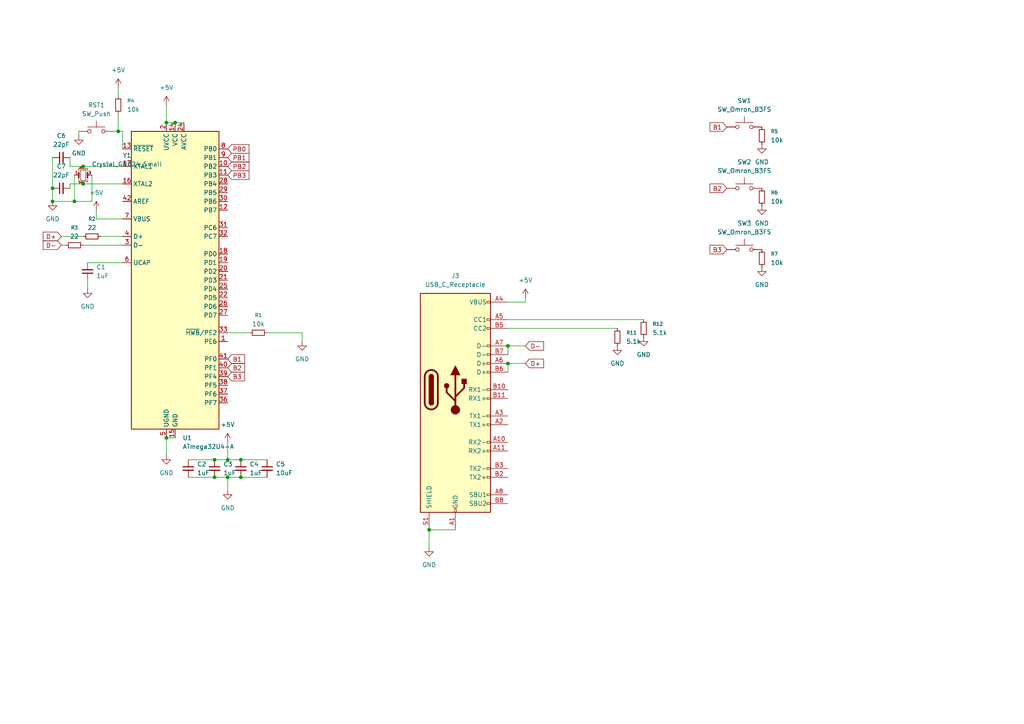
<source format=kicad_sch>
(kicad_sch (version 20250114) (generator "eeschema") (generator_version "9.0")
  (paper "A4")
  (lib_symbols
    (symbol "Connector:USB_C_Receptacle" (pin_names (offset 1.016))
      (property "Reference" "J" (at -10.16 29.21 0))
      (property "Value" "USB_C_Receptacle" (at 10.16 29.21 0))
      (symbol "USB_C_Receptacle_0_0"
        (rectangle (start -0.254 -35.56) (end 0.254 -34.544))
        (rectangle (start 10.16 25.654) (end 9.144 25.146))
        (rectangle (start 10.16 20.574) (end 9.144 20.066))
        (rectangle (start 10.16 18.034) (end 9.144 17.526))
        (rectangle (start 10.16 12.954) (end 9.144 12.446))
        (rectangle (start 10.16 10.414) (end 9.144 9.906))
        (rectangle (start 10.16 7.874) (end 9.144 7.366))
        (rectangle (start 10.16 5.334) (end 9.144 4.826))
        (rectangle (start 10.16 0.254) (end 9.144 -0.254))
        (rectangle (start 10.16 -2.286) (end 9.144 -2.794))
        (rectangle (start 10.16 -7.366) (end 9.144 -7.874))
        (rectangle (start 10.16 -9.906) (end 9.144 -10.414))
        (rectangle (start 10.16 -14.986) (end 9.144 -15.494))
        (rectangle (start 10.16 -17.526) (end 9.144 -18.034))
        (rectangle (start 10.16 -22.606) (end 9.144 -23.114))
        (rectangle (start 10.16 -25.146) (end 9.144 -25.654))
        (rectangle (start 10.16 -30.226) (end 9.144 -30.734))
        (rectangle (start 10.16 -32.766) (end 9.144 -33.274))
      )
      (symbol "USB_C_Receptacle_0_1"
        (rectangle (start -10.16 27.94) (end 10.16 -35.56) (stroke (width 0.254)) (fill (type background)))
        (polyline (pts (xy -8.89 -3.81) (xy -8.89 3.81)) (stroke (width 0.508)))
        (rectangle (start -7.62 -3.81) (end -6.35 3.81) (stroke (width 0.254)) (fill (type outline)))
        (arc (start -7.62 3.81) (mid -6.985 4.4423) (end -6.35 3.81) (stroke (width 0.254)))
        (arc (start -7.62 3.81) (mid -6.985 4.4423) (end -6.35 3.81) (stroke (width 0.254)) (fill (type outline)))
        (arc (start -8.89 3.81) (mid -6.985 5.7067) (end -5.08 3.81) (stroke (width 0.508)))
        (arc (start -5.08 -3.81) (mid -6.985 -5.7067) (end -8.89 -3.81) (stroke (width 0.508)))
        (arc (start -6.35 -3.81) (mid -6.985 -4.4423) (end -7.62 -3.81) (stroke (width 0.254)))
        (arc (start -6.35 -3.81) (mid -6.985 -4.4423) (end -7.62 -3.81) (stroke (width 0.254)) (fill (type outline)))
        (polyline (pts (xy -5.08 3.81) (xy -5.08 -3.81)) (stroke (width 0.508)))
      )
      (symbol "USB_C_Receptacle_1_1"
        (circle (center -2.54 1.143) (radius 0.635) (stroke (width 0.254)) (fill (type outline)))
        (polyline (pts (xy -1.27 4.318) (xy 0 6.858) (xy 1.27 4.318) (xy -1.27 4.318)) (stroke (width 0.254)) (fill (type outline)))
        (polyline (pts (xy 0 -2.032) (xy 2.54 0.508) (xy 2.54 1.778)) (stroke (width 0.508)))
        (polyline (pts (xy 0 -3.302) (xy -2.54 -0.762) (xy -2.54 0.508)) (stroke (width 0.508)))
        (polyline (pts (xy 0 -5.842) (xy 0 4.318)) (stroke (width 0.508)))
        (circle (center 0 -5.842) (radius 1.27) (fill (type outline)))
        (rectangle (start 1.905 1.778) (end 3.175 3.048) (stroke (width 0.254)) (fill (type outline)))
        (pin passive line (at -7.62 -40.64 90) (length 5.08) (name "SHIELD") (number "S1"))
        (pin passive line (at 0 -40.64 90) (length 5.08) (name "GND") (number "A1"))
        (pin passive line (at 0 -40.64 90) (length 5.08) (hide yes) (name "GND") (number "A12"))
        (pin passive line (at 0 -40.64 90) (length 5.08) (hide yes) (name "GND") (number "B1"))
        (pin passive line (at 0 -40.64 90) (length 5.08) (hide yes) (name "GND") (number "B12"))
        (pin passive line (at 15.24 25.4 180) (length 5.08) (name "VBUS") (number "A4"))
        (pin passive line (at 15.24 25.4 180) (length 5.08) (hide yes) (name "VBUS") (number "A9"))
        (pin passive line (at 15.24 25.4 180) (length 5.08) (hide yes) (name "VBUS") (number "B4"))
        (pin passive line (at 15.24 25.4 180) (length 5.08) (hide yes) (name "VBUS") (number "B9"))
        (pin bidirectional line (at 15.24 20.32 180) (length 5.08) (name "CC1") (number "A5"))
        (pin bidirectional line (at 15.24 17.78 180) (length 5.08) (name "CC2") (number "B5"))
        (pin bidirectional line (at 15.24 12.7 180) (length 5.08) (name "D-") (number "A7"))
        (pin bidirectional line (at 15.24 10.16 180) (length 5.08) (name "D-") (number "B7"))
        (pin bidirectional line (at 15.24 7.62 180) (length 5.08) (name "D+") (number "A6"))
        (pin bidirectional line (at 15.24 5.08 180) (length 5.08) (name "D+") (number "B6"))
        (pin bidirectional line (at 15.24 0 180) (length 5.08) (name "RX1-") (number "B10"))
        (pin bidirectional line (at 15.24 -2.54 180) (length 5.08) (name "RX1+") (number "B11"))
        (pin bidirectional line (at 15.24 -7.62 180) (length 5.08) (name "TX1-") (number "A3"))
        (pin bidirectional line (at 15.24 -10.16 180) (length 5.08) (name "TX1+") (number "A2"))
        (pin bidirectional line (at 15.24 -15.24 180) (length 5.08) (name "RX2-") (number "A10"))
        (pin bidirectional line (at 15.24 -17.78 180) (length 5.08) (name "RX2+") (number "A11"))
        (pin bidirectional line (at 15.24 -22.86 180) (length 5.08) (name "TX2-") (number "B3"))
        (pin bidirectional line (at 15.24 -25.4 180) (length 5.08) (name "TX2+") (number "B2"))
        (pin bidirectional line (at 15.24 -30.48 180) (length 5.08) (name "SBU1") (number "A8"))
        (pin bidirectional line (at 15.24 -33.02 180) (length 5.08) (name "SBU2") (number "B8"))
      )
    )
    (symbol "Device:C_Small" (pin_numbers (hide yes)) (pin_names (offset 0.254) (hide yes))
      (property "Reference" "C" (at 0.254 1.778 0))
      (property "Value" "C_Small" (at 0.254 -2.032 0))
      (symbol "C_Small_0_1"
        (polyline (pts (xy -1.524 0.508) (xy 1.524 0.508)) (stroke (width 0.3048)))
        (polyline (pts (xy -1.524 -0.508) (xy 1.524 -0.508)) (stroke (width 0.3302)))
      )
      (symbol "C_Small_1_1"
        (pin passive line (at 0 2.54 270) (length 2.032) (name "~") (number "1"))
        (pin passive line (at 0 -2.54 90) (length 2.032) (name "~") (number "2"))
      )
    )
    (symbol "Device:Crystal_GND24_Small" (pin_names (offset 1.016) (hide yes))
      (property "Reference" "Y" (at 1.27 4.445 0))
      (property "Value" "Crystal_GND24_Small" (at 1.27 2.54 0))
      (symbol "Crystal_GND24_Small_0_1"
        (polyline (pts (xy -1.27 1.27) (xy -1.27 1.905) (xy 1.27 1.905) (xy 1.27 1.27)))
        (polyline (pts (xy -1.27 -0.762) (xy -1.27 0.762)) (stroke (width 0.381)))
        (polyline (pts (xy -1.27 -1.27) (xy -1.27 -1.905) (xy 1.27 -1.905) (xy 1.27 -1.27)))
        (rectangle (start -0.762 -1.524) (end 0.762 1.524))
        (polyline (pts (xy 1.27 -0.762) (xy 1.27 0.762)) (stroke (width 0.381)))
      )
      (symbol "Crystal_GND24_Small_1_1"
        (pin passive line (at -2.54 0 0) (length 1.27) (name "1") (number "1"))
        (pin passive line (at 0 2.54 270) (length 0.635) (name "4") (number "4"))
        (pin passive line (at 0 -2.54 90) (length 0.635) (name "2") (number "2"))
        (pin passive line (at 2.54 0 180) (length 1.27) (name "3") (number "3"))
      )
    )
    (symbol "Device:R_Small" (pin_numbers (hide yes)) (pin_names (offset 0.254) (hide yes))
      (property "Reference" "R" (at 0 0 90))
      (property "Value" "R_Small" (at 1.778 0 90))
      (symbol "R_Small_0_1"
        (rectangle (start -0.762 1.778) (end 0.762 -1.778) (stroke (width 0.2032)))
      )
      (symbol "R_Small_1_1"
        (pin passive line (at 0 2.54 270) (length 0.762) (name "~") (number "1"))
        (pin passive line (at 0 -2.54 90) (length 0.762) (name "~") (number "2"))
      )
    )
    (symbol "MCU_Microchip_ATmega:ATmega32U4-A"
      (property "Reference" "U" (at -12.7 44.45 0))
      (property "Value" "ATmega32U4-A" (at 2.54 -44.45 0))
      (symbol "ATmega32U4-A_0_1"
        (rectangle (start -12.7 -43.18) (end 12.7 43.18) (stroke (width 0.254)) (fill (type background)))
      )
      (symbol "ATmega32U4-A_1_1"
        (pin input line (at -15.24 38.1 0) (length 2.54) (name "~{RESET}") (number "13"))
        (pin input line (at -15.24 33.02 0) (length 2.54) (name "XTAL1") (number "17"))
        (pin output line (at -15.24 27.94 0) (length 2.54) (name "XTAL2") (number "16"))
        (pin passive line (at -15.24 22.86 0) (length 2.54) (name "AREF") (number "42"))
        (pin input line (at -15.24 17.78 0) (length 2.54) (name "VBUS") (number "7"))
        (pin bidirectional line (at -15.24 12.7 0) (length 2.54) (name "D+") (number "4"))
        (pin bidirectional line (at -15.24 10.16 0) (length 2.54) (name "D-") (number "3"))
        (pin passive line (at -15.24 5.08 0) (length 2.54) (name "UCAP") (number "6"))
        (pin power_in line (at -2.54 45.72 270) (length 2.54) (name "UVCC") (number "2"))
        (pin passive line (at -2.54 -45.72 90) (length 2.54) (name "UGND") (number "5"))
        (pin power_in line (at 0 45.72 270) (length 2.54) (name "VCC") (number "14"))
        (pin passive line (at 0 45.72 270) (length 2.54) (hide yes) (name "VCC") (number "34"))
        (pin power_in line (at 0 -45.72 90) (length 2.54) (name "GND") (number "15"))
        (pin passive line (at 0 -45.72 90) (length 2.54) (hide yes) (name "GND") (number "23"))
        (pin passive line (at 0 -45.72 90) (length 2.54) (hide yes) (name "GND") (number "35"))
        (pin passive line (at 0 -45.72 90) (length 2.54) (hide yes) (name "GND") (number "43"))
        (pin power_in line (at 2.54 45.72 270) (length 2.54) (name "AVCC") (number "24"))
        (pin passive line (at 2.54 45.72 270) (length 2.54) (hide yes) (name "AVCC") (number "44"))
        (pin bidirectional line (at 15.24 38.1 180) (length 2.54) (name "PB0") (number "8"))
        (pin bidirectional line (at 15.24 35.56 180) (length 2.54) (name "PB1") (number "9"))
        (pin bidirectional line (at 15.24 33.02 180) (length 2.54) (name "PB2") (number "10"))
        (pin bidirectional line (at 15.24 30.48 180) (length 2.54) (name "PB3") (number "11"))
        (pin bidirectional line (at 15.24 27.94 180) (length 2.54) (name "PB4") (number "28"))
        (pin bidirectional line (at 15.24 25.4 180) (length 2.54) (name "PB5") (number "29"))
        (pin bidirectional line (at 15.24 22.86 180) (length 2.54) (name "PB6") (number "30"))
        (pin bidirectional line (at 15.24 20.32 180) (length 2.54) (name "PB7") (number "12"))
        (pin bidirectional line (at 15.24 15.24 180) (length 2.54) (name "PC6") (number "31"))
        (pin bidirectional line (at 15.24 12.7 180) (length 2.54) (name "PC7") (number "32"))
        (pin bidirectional line (at 15.24 7.62 180) (length 2.54) (name "PD0") (number "18"))
        (pin bidirectional line (at 15.24 5.08 180) (length 2.54) (name "PD1") (number "19"))
        (pin bidirectional line (at 15.24 2.54 180) (length 2.54) (name "PD2") (number "20"))
        (pin bidirectional line (at 15.24 0 180) (length 2.54) (name "PD3") (number "21"))
        (pin bidirectional line (at 15.24 -2.54 180) (length 2.54) (name "PD4") (number "25"))
        (pin bidirectional line (at 15.24 -5.08 180) (length 2.54) (name "PD5") (number "22"))
        (pin bidirectional line (at 15.24 -7.62 180) (length 2.54) (name "PD6") (number "26"))
        (pin bidirectional line (at 15.24 -10.16 180) (length 2.54) (name "PD7") (number "27"))
        (pin bidirectional line (at 15.24 -15.24 180) (length 2.54) (name "~{HWB}/PE2") (number "33"))
        (pin bidirectional line (at 15.24 -17.78 180) (length 2.54) (name "PE6") (number "1"))
        (pin bidirectional line (at 15.24 -22.86 180) (length 2.54) (name "PF0") (number "41"))
        (pin bidirectional line (at 15.24 -25.4 180) (length 2.54) (name "PF1") (number "40"))
        (pin bidirectional line (at 15.24 -27.94 180) (length 2.54) (name "PF4") (number "39"))
        (pin bidirectional line (at 15.24 -30.48 180) (length 2.54) (name "PF5") (number "38"))
        (pin bidirectional line (at 15.24 -33.02 180) (length 2.54) (name "PF6") (number "37"))
        (pin bidirectional line (at 15.24 -35.56 180) (length 2.54) (name "PF7") (number "36"))
      )
    )
    (symbol "Switch:SW_Omron_B3FS" (pin_numbers (hide yes)) (pin_names (offset 1.016) (hide yes))
      (property "Reference" "SW" (at 1.27 2.54 0))
      (property "Value" "SW_Omron_B3FS" (at 0 -1.524 0))
      (symbol "SW_Omron_B3FS_0_1"
        (circle (center -2.032 0) (radius 0.508))
        (polyline (pts (xy 0 1.27) (xy 0 3.048)))
        (circle (center 2.032 0) (radius 0.508))
        (polyline (pts (xy 2.54 1.27) (xy -2.54 1.27)))
        (pin passive line (at -5.08 0 0) (length 2.54) (name "1") (number "1"))
        (pin passive line (at 5.08 0 180) (length 2.54) (name "2") (number "2"))
      )
    )
    (symbol "Switch:SW_Push" (pin_numbers (hide yes)) (pin_names (offset 1.016) (hide yes))
      (property "Reference" "SW" (at 1.27 2.54 0))
      (property "Value" "SW_Push" (at 0 -1.524 0))
      (symbol "SW_Push_0_1"
        (circle (center -2.032 0) (radius 0.508))
        (polyline (pts (xy 0 1.27) (xy 0 3.048)))
        (circle (center 2.032 0) (radius 0.508))
        (polyline (pts (xy 2.54 1.27) (xy -2.54 1.27)))
        (pin passive line (at -5.08 0 0) (length 2.54) (name "1") (number "1"))
        (pin passive line (at 5.08 0 180) (length 2.54) (name "2") (number "2"))
      )
    )
    (symbol "power:+5V" (power) (pin_numbers (hide yes)) (pin_names (offset 0) (hide yes))
      (property "Value" "+5V" (at 0 3.556 0))
      (symbol "+5V_0_1"
        (polyline (pts (xy -0.762 1.27) (xy 0 2.54)))
        (polyline (pts (xy 0 2.54) (xy 0.762 1.27)))
        (polyline (pts (xy 0 0) (xy 0 2.54)))
      )
      (symbol "+5V_1_1"
        (pin power_in line (at 0 0 90) (length 0) (name "~") (number "1"))
      )
    )
    (symbol "power:GND" (power) (pin_numbers (hide yes)) (pin_names (offset 0) (hide yes))
      (property "Value" "GND" (at 0 -3.81 0))
      (symbol "GND_0_1"
        (polyline (pts (xy 0 0) (xy 0 -1.27) (xy 1.27 -1.27) (xy 0 -2.54) (xy -1.27 -1.27) (xy 0 -1.27)))
      )
      (symbol "GND_1_1"
        (pin power_in line (at 0 0 270) (length 0) (name "~") (number "1"))
      )
    )
  )
  (junction (at 15.24 54.61))
  (junction (at 62.23 138.43))
  (junction (at 15.24 58.42))
  (junction (at 69.85 133.35))
  (junction (at 147.32 100.33))
  (junction (at 66.04 133.35))
  (junction (at 34.29 38.1))
  (junction (at 21.59 58.42))
  (junction (at 66.04 138.43))
  (junction (at 48.26 127))
  (junction (at 69.85 138.43))
  (junction (at 62.23 133.35))
  (junction (at 24.13 48.26))
  (junction (at 24.13 53.34))
  (junction (at 147.32 105.41))
  (junction (at 50.8 35.56))
  (junction (at 124.46 153.67))
  (junction (at 48.26 35.56))
  (wire (pts (xy 48.26 35.56) (xy 48.26 30.48)))
  (wire (pts (xy 26.67 58.42) (xy 21.59 58.42)))
  (wire (pts (xy 35.56 38.1) (xy 35.56 43.18)))
  (wire (pts (xy 20.32 48.26) (xy 20.32 45.72)))
  (wire (pts (xy 62.23 138.43) (xy 66.04 138.43)))
  (wire (pts (xy 147.32 100.33) (xy 147.32 102.87)))
  (wire (pts (xy 48.26 127) (xy 48.26 132.08)))
  (wire (pts (xy 22.86 38.1) (xy 22.86 39.37)))
  (wire (pts (xy 15.24 58.42) (xy 21.59 58.42)))
  (wire (pts (xy 66.04 128.27) (xy 66.04 133.35)))
  (wire (pts (xy 17.78 68.58) (xy 24.13 68.58)))
  (wire (pts (xy 152.4 86.36) (xy 152.4 87.63)))
  (wire (pts (xy 147.32 95.25) (xy 179.07 95.25)))
  (wire (pts (xy 152.4 87.63) (xy 147.32 87.63)))
  (wire (pts (xy 147.32 105.41) (xy 147.32 107.95)))
  (wire (pts (xy 152.4 105.41) (xy 147.32 105.41)))
  (wire (pts (xy 77.47 96.52) (xy 87.63 96.52)))
  (wire (pts (xy 34.29 38.1) (xy 35.56 38.1)))
  (wire (pts (xy 24.13 48.26) (xy 35.56 48.26)))
  (wire (pts (xy 35.56 63.5) (xy 27.94 63.5)))
  (wire (pts (xy 25.4 81.28) (xy 25.4 83.82)))
  (wire (pts (xy 66.04 133.35) (xy 69.85 133.35)))
  (wire (pts (xy 20.32 54.61) (xy 20.32 53.34)))
  (wire (pts (xy 34.29 25.4) (xy 34.29 27.94)))
  (wire (pts (xy 34.29 33.02) (xy 34.29 38.1)))
  (wire (pts (xy 29.21 68.58) (xy 35.56 68.58)))
  (wire (pts (xy 17.78 71.12) (xy 19.05 71.12)))
  (wire (pts (xy 15.24 45.72) (xy 15.24 54.61)))
  (wire (pts (xy 50.8 127) (xy 48.26 127)))
  (wire (pts (xy 15.24 54.61) (xy 15.24 58.42)))
  (wire (pts (xy 54.61 138.43) (xy 62.23 138.43)))
  (wire (pts (xy 54.61 133.35) (xy 62.23 133.35)))
  (wire (pts (xy 25.4 76.2) (xy 35.56 76.2)))
  (wire (pts (xy 66.04 138.43) (xy 69.85 138.43)))
  (wire (pts (xy 20.32 53.34) (xy 24.13 53.34)))
  (wire (pts (xy 69.85 138.43) (xy 77.47 138.43)))
  (wire (pts (xy 124.46 158.75) (xy 124.46 153.67)))
  (wire (pts (xy 66.04 96.52) (xy 72.39 96.52)))
  (wire (pts (xy 69.85 133.35) (xy 77.47 133.35)))
  (wire (pts (xy 62.23 133.35) (xy 66.04 133.35)))
  (wire (pts (xy 53.34 35.56) (xy 50.8 35.56)))
  (wire (pts (xy 50.8 35.56) (xy 48.26 35.56)))
  (wire (pts (xy 66.04 138.43) (xy 66.04 142.24)))
  (wire (pts (xy 124.46 153.67) (xy 132.08 153.67)))
  (wire (pts (xy 24.13 48.26) (xy 20.32 48.26)))
  (wire (pts (xy 33.02 38.1) (xy 34.29 38.1)))
  (wire (pts (xy 21.59 50.8) (xy 21.59 58.42)))
  (wire (pts (xy 87.63 96.52) (xy 87.63 99.06)))
  (wire (pts (xy 26.67 50.8) (xy 26.67 58.42)))
  (wire (pts (xy 27.94 63.5) (xy 27.94 60.96)))
  (wire (pts (xy 24.13 53.34) (xy 35.56 53.34)))
  (wire (pts (xy 147.32 92.71) (xy 186.69 92.71)))
  (wire (pts (xy 24.13 71.12) (xy 35.56 71.12)))
  (wire (pts (xy 152.4 100.33) (xy 147.32 100.33)))
  (global_label "B2" (shape input) (at 66.04 106.68 0) (property "Intersheetrefs" "${INTERSHEET_REFS}" (effects (hide yes))))
  (global_label "B2" (shape input) (at 210.82 54.61 180) (property "Intersheetrefs" "${INTERSHEET_REFS}" (effects (hide yes))))
  (global_label "B3" (shape input) (at 210.82 72.39 180) (property "Intersheetrefs" "${INTERSHEET_REFS}" (effects (hide yes))))
  (global_label "PB3" (shape input) (at 66.04 50.8 0) (property "Intersheetrefs" "${INTERSHEET_REFS}" (effects (hide yes))))
  (global_label "PB0" (shape input) (at 66.04 43.18 0) (property "Intersheetrefs" "${INTERSHEET_REFS}" (effects (hide yes))))
  (global_label "B1" (shape input) (at 66.04 104.14 0) (property "Intersheetrefs" "${INTERSHEET_REFS}" (effects (hide yes))))
  (global_label "D+" (shape input) (at 152.4 105.41 0) (property "Intersheetrefs" "${INTERSHEET_REFS}" (effects (hide yes))))
  (global_label "D-" (shape input) (at 17.78 71.12 180) (property "Intersheetrefs" "${INTERSHEET_REFS}" (effects (hide yes))))
  (global_label "B3" (shape input) (at 66.04 109.22 0) (property "Intersheetrefs" "${INTERSHEET_REFS}" (effects (hide yes))))
  (global_label "B1" (shape input) (at 210.82 36.83 180) (property "Intersheetrefs" "${INTERSHEET_REFS}" (effects (hide yes))))
  (global_label "D+" (shape input) (at 17.78 68.58 180) (property "Intersheetrefs" "${INTERSHEET_REFS}" (effects (hide yes))))
  (global_label "PB2" (shape input) (at 66.04 48.26 0) (property "Intersheetrefs" "${INTERSHEET_REFS}" (effects (hide yes))))
  (global_label "D-" (shape input) (at 152.4 100.33 0) (property "Intersheetrefs" "${INTERSHEET_REFS}" (effects (hide yes))))
  (global_label "PB1" (shape input) (at 66.04 45.72 0) (property "Intersheetrefs" "${INTERSHEET_REFS}" (effects (hide yes))))
  (symbol (lib_id "Device:C_Small") (at 25.4 78.74 180) (unit 1)
    (property "Reference" "C1" (at 27.94 77.4635 0) (effects (justify right)))
    (property "Value" "1uF" (at 27.94 80.0035 0) (effects (justify right)))
    (property "Footprint" "Capacitor_SMD:C_0201_0603Metric" (effects (hide yes)))
    (property "Description" "Unpolarized capacitor, small symbol" (effects (hide yes)))
  )
  (symbol (lib_id "MCU_Microchip_ATmega:ATmega32U4-A") (at 50.8 81.28 0) (unit 1)
    (property "Reference" "U1" (at 52.9433 127 0) (effects (justify left)))
    (property "Value" "ATmega32U4-A" (at 52.9433 129.54 0) (effects (justify left)))
    (property "Footprint" "Package_QFP:TQFP-44_10x10mm_P0.8mm" (effects (hide yes)))
    (property "Datasheet" "http://ww1.microchip.com/downloads/en/DeviceDoc/Atmel-7766-8-bit-AVR-ATmega16U4-32U4_Datasheet.pdf" (effects (hide yes)))
    (property "Description" "16MHz, 32kB Flash, 2.5kB SRAM, 1kB EEPROM, USB 2.0, TQFP-44" (effects (hide yes)))
  )
  (symbol (lib_id "power:GND") (at 186.69 97.79 0) (unit 1)
    (property "Reference" "#PWR023" (effects (hide yes)))
    (property "Value" "GND" (at 186.69 102.87 0))
    (property "Description" "Power symbol creates a global label with name \"GND\" , ground" (effects (hide yes)))
  )
  (symbol (lib_id "power:GND") (at 48.26 132.08 0) (unit 1)
    (property "Reference" "#PWR02" (effects (hide yes)))
    (property "Value" "GND" (at 48.26 137.16 0))
    (property "Description" "Power symbol creates a global label with name \"GND\" , ground" (effects (hide yes)))
  )
  (symbol (lib_id "power:GND") (at 220.98 77.47 0) (unit 1)
    (property "Reference" "#PWR015" (effects (hide yes)))
    (property "Value" "GND" (at 220.98 82.55 0))
    (property "Description" "Power symbol creates a global label with name \"GND\" , ground" (effects (hide yes)))
  )
  (symbol (lib_id "Switch:SW_Push") (at 27.94 38.1 0) (unit 1)
    (property "Reference" "RST1" (at 27.94 30.48 0))
    (property "Value" "SW_Push" (at 27.94 33.02 0))
    (property "Footprint" "Button_Switch_SMD:SW_Push_1P1T_NO_CK_KMR2" (effects (hide yes)))
    (property "Description" "Push button switch, generic, two pins" (effects (hide yes)))
  )
  (symbol (lib_id "Device:R_Small") (at 74.93 96.52 90) (unit 1)
    (property "Reference" "R1" (at 74.93 91.44 90) (effects (font (size 1.016 1.016))))
    (property "Value" "10k" (at 74.93 93.98 90))
    (property "Footprint" "Resistor_SMD:R_0402_1005Metric_Pad0.72x0.64mm_HandSolder" (effects (hide yes)))
    (property "Description" "Resistor, small symbol" (effects (hide yes)))
  )
  (symbol (lib_id "Device:R_Small") (at 220.98 57.15 0) (unit 1)
    (property "Reference" "R6" (at 223.52 55.8799 0) (effects (font (size 1.016 1.016)) (justify left)))
    (property "Value" "10k" (at 223.52 58.4199 0) (effects (justify left)))
    (property "Footprint" "Resistor_SMD:R_0201_0603Metric" (effects (hide yes)))
    (property "Description" "Resistor, small symbol" (effects (hide yes)))
  )
  (symbol (lib_id "power:GND") (at 25.4 83.82 0) (unit 1)
    (property "Reference" "#PWR04" (effects (hide yes)))
    (property "Value" "GND" (at 25.4 88.9 0))
    (property "Description" "Power symbol creates a global label with name \"GND\" , ground" (effects (hide yes)))
  )
  (symbol (lib_id "power:GND") (at 220.98 41.91 0) (unit 1)
    (property "Reference" "#PWR012" (effects (hide yes)))
    (property "Value" "GND" (at 220.98 46.99 0))
    (property "Description" "Power symbol creates a global label with name \"GND\" , ground" (effects (hide yes)))
  )
  (symbol (lib_id "power:+5V") (at 34.29 25.4 0) (unit 1)
    (property "Reference" "#PWR010" (effects (hide yes)))
    (property "Value" "+5V" (at 34.29 20.32 0))
    (property "Description" "Power symbol creates a global label with name \"+5V\"" (effects (hide yes)))
  )
  (symbol (lib_id "power:+5V") (at 66.04 128.27 0) (unit 1)
    (property "Reference" "#PWR05" (effects (hide yes)))
    (property "Value" "+5V" (at 66.04 123.19 0))
    (property "Description" "Power symbol creates a global label with name \"+5V\"" (effects (hide yes)))
  )
  (symbol (lib_id "Device:R_Small") (at 21.59 71.12 90) (unit 1)
    (property "Reference" "R3" (at 21.59 66.04 90) (effects (font (size 1.016 1.016))))
    (property "Value" "22" (at 21.59 68.58 90))
    (property "Footprint" "Resistor_SMD:R_0201_0603Metric" (effects (hide yes)))
    (property "Description" "Resistor, small symbol" (effects (hide yes)))
  )
  (symbol (lib_id "Device:C_Small") (at 77.47 135.89 0) (unit 1)
    (property "Reference" "C5" (at 80.01 134.6262 0) (effects (justify left)))
    (property "Value" "10uF" (at 80.01 137.1662 0) (effects (justify left)))
    (property "Footprint" "Capacitor_SMD:C_0201_0603Metric" (effects (hide yes)))
    (property "Description" "Unpolarized capacitor, small symbol" (effects (hide yes)))
  )
  (symbol (lib_id "Device:Crystal_GND24_Small") (at 24.13 50.8 0) (unit 1)
    (property "Reference" "Y1" (at 36.83 45.0782 0))
    (property "Value" "Crystal_GND24_Small" (at 36.83 47.6182 0))
    (property "Footprint" "Crystal:Crystal_SMD_0603-4Pin_6.0x3.5mm" (effects (hide yes)))
    (property "Description" "Four pin crystal, GND on pins 2 and 4, small symbol" (effects (hide yes)))
  )
  (symbol (lib_id "Device:R_Small") (at 220.98 74.93 0) (unit 1)
    (property "Reference" "R7" (at 223.52 73.6599 0) (effects (font (size 1.016 1.016)) (justify left)))
    (property "Value" "10k" (at 223.52 76.1999 0) (effects (justify left)))
    (property "Footprint" "Resistor_SMD:R_0201_0603Metric" (effects (hide yes)))
    (property "Description" "Resistor, small symbol" (effects (hide yes)))
  )
  (symbol (lib_id "Device:C_Small") (at 62.23 135.89 0) (unit 1)
    (property "Reference" "C3" (at 64.77 134.6262 0) (effects (justify left)))
    (property "Value" "1uF" (at 64.77 137.1662 0) (effects (justify left)))
    (property "Footprint" "Capacitor_SMD:C_0201_0603Metric" (effects (hide yes)))
    (property "Description" "Unpolarized capacitor, small symbol" (effects (hide yes)))
  )
  (symbol (lib_id "power:GND") (at 179.07 100.33 0) (unit 1)
    (property "Reference" "#PWR024" (effects (hide yes)))
    (property "Value" "GND" (at 179.07 105.41 0))
    (property "Description" "Power symbol creates a global label with name \"GND\" , ground" (effects (hide yes)))
  )
  (symbol (lib_id "power:+5V") (at 152.4 86.36 0) (unit 1)
    (property "Reference" "#PWR011" (effects (hide yes)))
    (property "Value" "+5V" (at 152.4 81.28 0))
    (property "Description" "Power symbol creates a global label with name \"+5V\"" (effects (hide yes)))
  )
  (symbol (lib_id "power:GND") (at 87.63 99.06 0) (unit 1)
    (property "Reference" "#PWR03" (effects (hide yes)))
    (property "Value" "GND" (at 87.63 104.14 0))
    (property "Description" "Power symbol creates a global label with name \"GND\" , ground" (effects (hide yes)))
  )
  (symbol (lib_id "Device:R_Small") (at 179.07 97.79 0) (unit 1)
    (property "Reference" "R11" (at 181.61 96.5199 0) (effects (font (size 1.016 1.016)) (justify left)))
    (property "Value" "5.1k" (at 181.61 99.0599 0) (effects (justify left)))
    (property "Footprint" "Resistor_SMD:R_0201_0603Metric" (effects (hide yes)))
    (property "Description" "Resistor, small symbol" (effects (hide yes)))
  )
  (symbol (lib_id "Connector:USB_C_Receptacle") (at 132.08 113.03 0) (unit 1)
    (property "Reference" "J3" (at 132.08 80.01 0))
    (property "Value" "USB_C_Receptacle" (at 132.08 82.55 0))
    (property "Footprint" "Connector_USB:USB_C_Receptacle_Amphenol_12401548E4-2A" (effects (hide yes)))
    (property "Datasheet" "https://www.usb.org/sites/default/files/documents/usb_type-c.zip" (effects (hide yes)))
    (property "Description" "USB Full-Featured Type-C Receptacle connector" (effects (hide yes)))
  )
  (symbol (lib_id "Device:R_Small") (at 220.98 39.37 0) (unit 1)
    (property "Reference" "R5" (at 223.52 38.0999 0) (effects (font (size 1.016 1.016)) (justify left)))
    (property "Value" "10k" (at 223.52 40.6399 0) (effects (justify left)))
    (property "Footprint" "Resistor_SMD:R_0201_0603Metric" (effects (hide yes)))
    (property "Description" "Resistor, small symbol" (effects (hide yes)))
  )
  (symbol (lib_id "power:GND") (at 220.98 59.69 0) (unit 1)
    (property "Reference" "#PWR013" (effects (hide yes)))
    (property "Value" "GND" (at 220.98 64.77 0))
    (property "Description" "Power symbol creates a global label with name \"GND\" , ground" (effects (hide yes)))
  )
  (symbol (lib_id "Device:R_Small") (at 34.29 30.48 0) (unit 1)
    (property "Reference" "R4" (at 36.83 29.2099 0) (effects (font (size 1.016 1.016)) (justify left)))
    (property "Value" "10k" (at 36.83 31.7499 0) (effects (justify left)))
    (property "Footprint" "Resistor_SMD:R_0201_0603Metric" (effects (hide yes)))
    (property "Description" "Resistor, small symbol" (effects (hide yes)))
  )
  (symbol (lib_id "power:+5V") (at 27.94 60.96 0) (unit 1)
    (property "Reference" "#PWR07" (effects (hide yes)))
    (property "Value" "+5V" (at 27.94 55.88 0))
    (property "Description" "Power symbol creates a global label with name \"+5V\"" (effects (hide yes)))
  )
  (symbol (lib_id "power:GND") (at 22.86 39.37 0) (unit 1)
    (property "Reference" "#PWR09" (effects (hide yes)))
    (property "Value" "GND" (at 22.86 44.45 0))
    (property "Description" "Power symbol creates a global label with name \"GND\" , ground" (effects (hide yes)))
  )
  (symbol (lib_id "power:GND") (at 66.04 142.24 0) (unit 1)
    (property "Reference" "#PWR06" (effects (hide yes)))
    (property "Value" "GND" (at 66.04 147.32 0))
    (property "Description" "Power symbol creates a global label with name \"GND\" , ground" (effects (hide yes)))
  )
  (symbol (lib_id "Device:C_Small") (at 69.85 135.89 0) (unit 1)
    (property "Reference" "C4" (at 72.39 134.6262 0) (effects (justify left)))
    (property "Value" "1uF" (at 72.39 137.1662 0) (effects (justify left)))
    (property "Footprint" "Capacitor_SMD:C_0201_0603Metric" (effects (hide yes)))
    (property "Description" "Unpolarized capacitor, small symbol" (effects (hide yes)))
  )
  (symbol (lib_id "Device:C_Small") (at 17.78 54.61 90) (unit 1)
    (property "Reference" "C7" (at 17.7863 48.26 90))
    (property "Value" "22pF" (at 17.7863 50.8 90))
    (property "Footprint" "Capacitor_SMD:C_0201_0603Metric" (effects (hide yes)))
    (property "Description" "Unpolarized capacitor, small symbol" (effects (hide yes)))
  )
  (symbol (lib_id "power:GND") (at 124.46 158.75 0) (unit 1)
    (property "Reference" "#PWR014" (effects (hide yes)))
    (property "Value" "GND" (at 124.46 163.83 0))
    (property "Description" "Power symbol creates a global label with name \"GND\" , ground" (effects (hide yes)))
  )
  (symbol (lib_id "Device:C_Small") (at 17.78 45.72 90) (unit 1)
    (property "Reference" "C6" (at 17.7863 39.37 90))
    (property "Value" "22pF" (at 17.7863 41.91 90))
    (property "Footprint" "Capacitor_SMD:C_0201_0603Metric" (effects (hide yes)))
    (property "Description" "Unpolarized capacitor, small symbol" (effects (hide yes)))
  )
  (symbol (lib_id "Switch:SW_Omron_B3FS") (at 215.9 54.61 0) (unit 1)
    (property "Reference" "SW2" (at 215.9 46.99 0))
    (property "Value" "SW_Omron_B3FS" (at 215.9 49.53 0))
    (property "Footprint" "Button_Switch_SMD:SW_SPST_Omron_B3FS-100xP" (effects (hide yes)))
    (property "Datasheet" "https://omronfs.omron.com/en_US/ecb/products/pdf/en-b3fs.pdf" (effects (hide yes)))
    (property "Description" "Omron B3FS 6x6mm single pole normally-open tactile switch" (effects (hide yes)))
  )
  (symbol (lib_id "Device:R_Small") (at 26.67 68.58 90) (unit 1)
    (property "Reference" "R2" (at 26.67 63.5 90) (effects (font (size 1.016 1.016))))
    (property "Value" "22" (at 26.67 66.04 90))
    (property "Footprint" "Resistor_SMD:R_0201_0603Metric" (effects (hide yes)))
    (property "Description" "Resistor, small symbol" (effects (hide yes)))
  )
  (symbol (lib_id "Device:C_Small") (at 54.61 135.89 0) (unit 1)
    (property "Reference" "C2" (at 57.15 134.6262 0) (effects (justify left)))
    (property "Value" "1uF" (at 57.15 137.1662 0) (effects (justify left)))
    (property "Footprint" "Capacitor_SMD:C_0201_0603Metric" (effects (hide yes)))
    (property "Description" "Unpolarized capacitor, small symbol" (effects (hide yes)))
  )
  (symbol (lib_id "Switch:SW_Omron_B3FS") (at 215.9 36.83 0) (unit 1)
    (property "Reference" "SW1" (at 215.9 29.21 0))
    (property "Value" "SW_Omron_B3FS" (at 215.9 31.75 0))
    (property "Footprint" "Button_Switch_SMD:SW_SPST_Omron_B3FS-100xP" (effects (hide yes)))
    (property "Datasheet" "https://omronfs.omron.com/en_US/ecb/products/pdf/en-b3fs.pdf" (effects (hide yes)))
    (property "Description" "Omron B3FS 6x6mm single pole normally-open tactile switch" (effects (hide yes)))
  )
  (symbol (lib_id "Switch:SW_Omron_B3FS") (at 215.9 72.39 0) (unit 1)
    (property "Reference" "SW3" (at 215.9 64.77 0))
    (property "Value" "SW_Omron_B3FS" (at 215.9 67.31 0))
    (property "Footprint" "Button_Switch_SMD:SW_SPST_Omron_B3FS-100xP" (effects (hide yes)))
    (property "Datasheet" "https://omronfs.omron.com/en_US/ecb/products/pdf/en-b3fs.pdf" (effects (hide yes)))
    (property "Description" "Omron B3FS 6x6mm single pole normally-open tactile switch" (effects (hide yes)))
  )
  (symbol (lib_id "power:+5V") (at 48.26 30.48 0) (unit 1)
    (property "Reference" "#PWR01" (effects (hide yes)))
    (property "Value" "+5V" (at 48.26 25.4 0))
    (property "Description" "Power symbol creates a global label with name \"+5V\"" (effects (hide yes)))
  )
  (symbol (lib_id "power:GND") (at 15.24 58.42 0) (unit 1)
    (property "Reference" "#PWR08" (effects (hide yes)))
    (property "Value" "GND" (at 15.24 63.5 0))
    (property "Description" "Power symbol creates a global label with name \"GND\" , ground" (effects (hide yes)))
  )
  (symbol (lib_id "Device:R_Small") (at 186.69 95.25 0) (unit 1)
    (property "Reference" "R12" (at 189.23 93.9799 0) (effects (font (size 1.016 1.016)) (justify left)))
    (property "Value" "5.1k" (at 189.23 96.5199 0) (effects (justify left)))
    (property "Footprint" "Resistor_SMD:R_0201_0603Metric" (effects (hide yes)))
    (property "Description" "Resistor, small symbol" (effects (hide yes)))
  )
)
</source>
